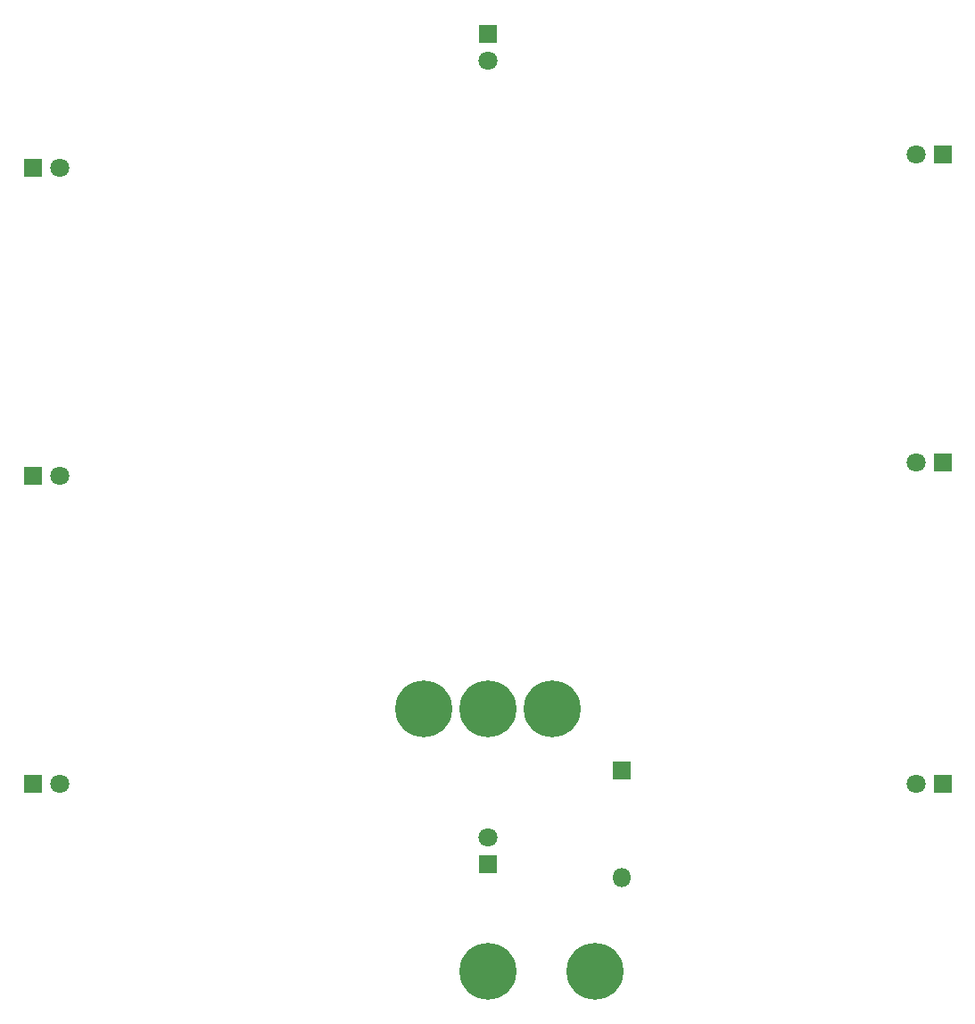
<source format=gbr>
G04 #@! TF.FileFunction,Copper,L2,Bot,Signal*
%FSLAX46Y46*%
G04 Gerber Fmt 4.6, Leading zero omitted, Abs format (unit mm)*
G04 Created by KiCad (PCBNEW 4.0.7) date 02/19/18 20:18:52*
%MOMM*%
%LPD*%
G01*
G04 APERTURE LIST*
%ADD10C,0.100000*%
%ADD11R,1.800000X1.800000*%
%ADD12C,1.800000*%
%ADD13O,1.800000X1.800000*%
%ADD14C,5.400000*%
G04 APERTURE END LIST*
D10*
D11*
X151130000Y-48006000D03*
D12*
X151130000Y-50546000D03*
D11*
X107950000Y-60706000D03*
D12*
X110490000Y-60706000D03*
D11*
X107950000Y-89916000D03*
D12*
X110490000Y-89916000D03*
D11*
X107950000Y-119126000D03*
D12*
X110490000Y-119126000D03*
D11*
X163830000Y-117856000D03*
D13*
X163830000Y-128016000D03*
D11*
X194310000Y-59436000D03*
D12*
X191770000Y-59436000D03*
D11*
X194310000Y-88646000D03*
D12*
X191770000Y-88646000D03*
D11*
X194310000Y-119126000D03*
D12*
X191770000Y-119126000D03*
D11*
X151130000Y-126746000D03*
D12*
X151130000Y-124206000D03*
D14*
X157226000Y-112014000D03*
X161290000Y-136906000D03*
X145034000Y-112014000D03*
X151130000Y-136906000D03*
X151130000Y-112014000D03*
M02*

</source>
